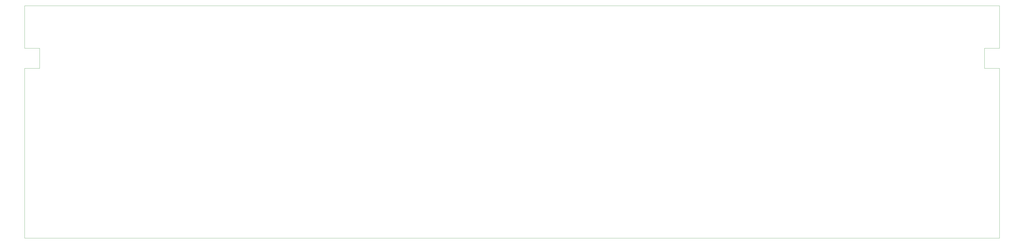
<source format=gm1>
G04 #@! TF.GenerationSoftware,KiCad,Pcbnew,9.0.6*
G04 #@! TF.CreationDate,2025-12-16T13:31:53+01:00*
G04 #@! TF.ProjectId,Pots,506f7473-2e6b-4696-9361-645f70636258,rev?*
G04 #@! TF.SameCoordinates,Original*
G04 #@! TF.FileFunction,Profile,NP*
%FSLAX46Y46*%
G04 Gerber Fmt 4.6, Leading zero omitted, Abs format (unit mm)*
G04 Created by KiCad (PCBNEW 9.0.6) date 2025-12-16 13:31:53*
%MOMM*%
%LPD*%
G01*
G04 APERTURE LIST*
G04 #@! TA.AperFunction,Profile*
%ADD10C,0.100000*%
G04 #@! TD*
G04 APERTURE END LIST*
D10*
X536505000Y-179500000D02*
X536500000Y-247500000D01*
X146500000Y-171500000D02*
X146500000Y-154500000D01*
X152500000Y-171500000D02*
X146500000Y-171500000D01*
X536500000Y-171500000D02*
X530505000Y-171500000D01*
X146500000Y-247500000D02*
X146500000Y-179500000D01*
X146500000Y-179500000D02*
X152500000Y-179500000D01*
X536500000Y-247500000D02*
X146500000Y-247500000D01*
X152500000Y-179500000D02*
X152500000Y-171500000D01*
X530505000Y-171500000D02*
X530505000Y-179500000D01*
X536500000Y-154500000D02*
X536500000Y-171500000D01*
X530505000Y-179500000D02*
X536500000Y-179500000D01*
X146500000Y-154500000D02*
X536500000Y-154500000D01*
M02*

</source>
